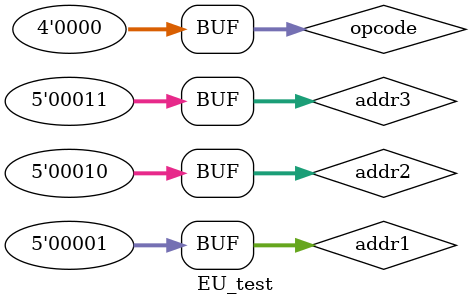
<source format=v>
`timescale 1ns / 1ps


module EU_test;

	// Inputs
	reg [3:0] opcode;
	reg [4:0] addr1;
	reg [4:0] addr2;
	reg [4:0] addr3;

	// Outputs
	wire [7:0] a;
	wire [7:0] b;
	wire [3:0] flag;
	wire [7:0] out;

	// Instantiate the Unit Under Test (UUT)
	EU uut (
		.a(a), 
		.b(b), 
		.opcode(opcode), 
		.flag(flag), 
		.out(out), 
		.addr1(addr1), 
		.addr2(addr2), 
		.addr3(addr3)
	);

	initial begin
		// Initialize Inputs
		opcode = 0;
		addr1 = 0;
		addr2 = 0;
		addr3 = 0;

		// Wait 100 ns for global reset to finish
		#100;
		addr1 = 1;
		addr2 = 2;
		addr3 = 3;

        
		// Add stimulus here

	end
      
endmodule


</source>
